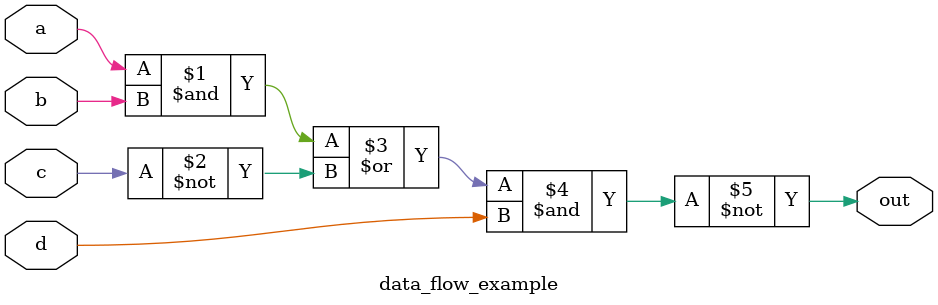
<source format=v>
`timescale 1ns / 1ps


module data_flow_example(
    input a,
    input b,
    input c,
    input d,
    output out
    );
    
    assign out = ~(((a&b)|(~c)) &d);
endmodule

</source>
